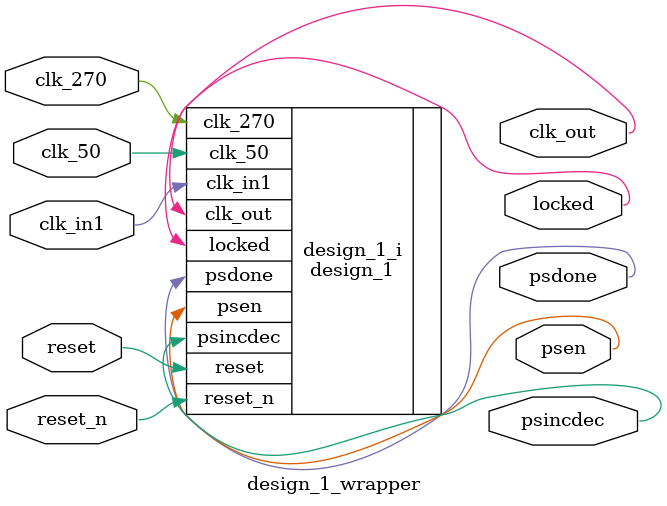
<source format=v>
`timescale 1 ps / 1 ps

module design_1_wrapper
   (clk_270,
    clk_50,
    clk_in1,
    clk_out,
    locked,
    psdone,
    psen,
    psincdec,
    reset,
    reset_n);
  input clk_270;
  input clk_50;
  input clk_in1;
  output clk_out;
  output locked;
  output psdone;
  output psen;
  output psincdec;
  input reset;
  input reset_n;

  wire clk_270;
  wire clk_50;
  wire clk_in1;
  wire clk_out;
  wire locked;
  wire psdone;
  wire psen;
  wire psincdec;
  wire reset;
  wire reset_n;

  design_1 design_1_i
       (.clk_270(clk_270),
        .clk_50(clk_50),
        .clk_in1(clk_in1),
        .clk_out(clk_out),
        .locked(locked),
        .psdone(psdone),
        .psen(psen),
        .psincdec(psincdec),
        .reset(reset),
        .reset_n(reset_n));
endmodule

</source>
